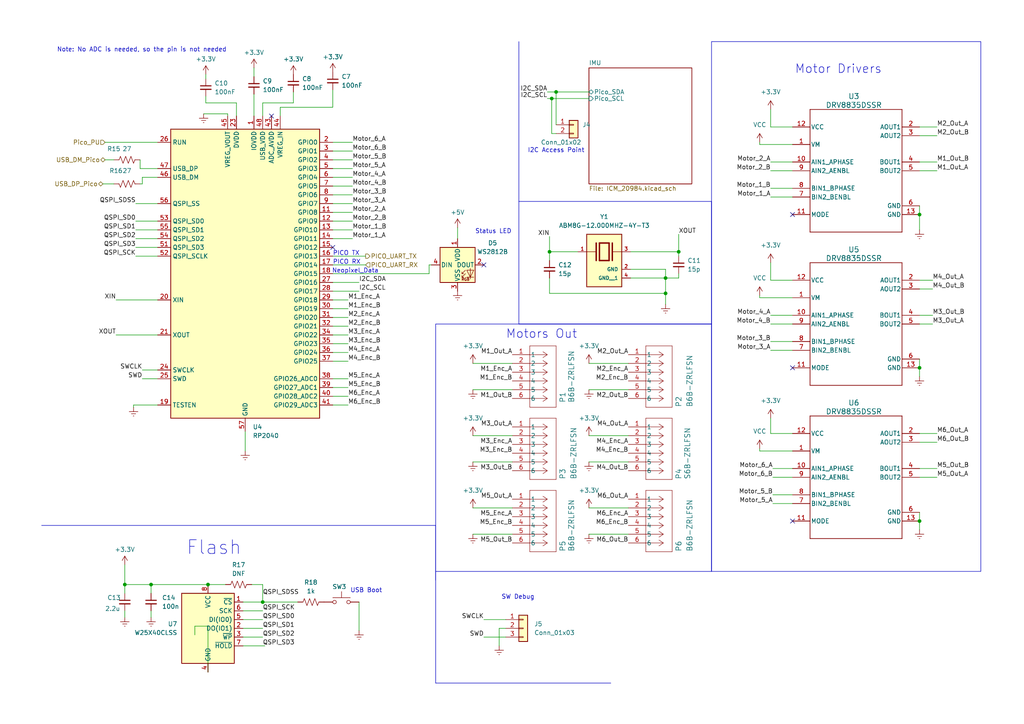
<source format=kicad_sch>
(kicad_sch (version 20230121) (generator eeschema)
  (paper "A4")
  (lib_symbols
    (symbol "ABMG8_12:ABM8G-12.000MHZ-4Y-T3" (pin_names (offset 1.016))
      (property "Reference" "Y" (at -5.0878 6.3559 0))
      (property "Value" "ABM8G-12.000MHZ-4Y-T3" (at -5.0944 -12.7 0))
      (symbol "ABM8G-12.000MHZ-4Y-T3_0_0"
        (rectangle (start -5.08 -10.16) (end 5.08 5.08) (stroke (width 0.254)) (fill (type background)))
        (polyline (pts (xy -5.08 0) (xy -2.54 0)) (stroke (width 0.1524)))
        (polyline (pts (xy -2.3368 2.54) (xy -2.3368 -2.54)) (stroke (width 0.4064)))
        (polyline (pts (xy -1.397 2.54) (xy -1.397 -2.54)) (stroke (width 0.4064)))
        (polyline (pts (xy -1.397 2.54) (xy 1.397 2.54)) (stroke (width 0.4064)))
        (polyline (pts (xy 1.397 -2.54) (xy -1.397 -2.54)) (stroke (width 0.4064)))
        (polyline (pts (xy 1.397 2.54) (xy 1.397 -2.54)) (stroke (width 0.4064)))
        (polyline (pts (xy 2.3368 2.54) (xy 2.3368 -2.54)) (stroke (width 0.4064)))
        (polyline (pts (xy 2.54 0) (xy 5.08 0)) (stroke (width 0.1524)))
        (pin passive line (at -7.62 0 0) (length 2.54) (name "~") (number "1"))
        (pin power_in line (at 7.62 -5.08 180) (length 2.54) (name "GND") (number "2"))
        (pin passive line (at 7.62 0 180) (length 2.54) (name "~") (number "3"))
        (pin power_in line (at 7.62 -7.62 180) (length 2.54) (name "GND__1") (number "4"))
      )
    )
    (symbol "Connector_Generic:Conn_01x02" (pin_names (offset 1.016) hide)
      (property "Reference" "J" (at 0 2.54 0))
      (property "Value" "Conn_01x02" (at 0 -5.08 0))
      (symbol "Conn_01x02_1_1"
        (rectangle (start -1.27 -2.413) (end 0 -2.667) (stroke (width 0.1524)))
        (rectangle (start -1.27 0.127) (end 0 -0.127) (stroke (width 0.1524)))
        (rectangle (start -1.27 1.27) (end 1.27 -3.81) (stroke (width 0.254)) (fill (type background)))
        (pin passive line (at -5.08 0 0) (length 3.81) (name "Pin_1") (number "1"))
        (pin passive line (at -5.08 -2.54 0) (length 3.81) (name "Pin_2") (number "2"))
      )
    )
    (symbol "Connector_Generic:Conn_01x03" (pin_names (offset 1.016) hide)
      (property "Reference" "J" (at 0 5.08 0))
      (property "Value" "Conn_01x03" (at 0 -5.08 0))
      (symbol "Conn_01x03_1_1"
        (rectangle (start -1.27 -2.413) (end 0 -2.667) (stroke (width 0.1524)))
        (rectangle (start -1.27 0.127) (end 0 -0.127) (stroke (width 0.1524)))
        (rectangle (start -1.27 2.667) (end 0 2.413) (stroke (width 0.1524)))
        (rectangle (start -1.27 3.81) (end 1.27 -3.81) (stroke (width 0.254)) (fill (type background)))
        (pin passive line (at -5.08 2.54 0) (length 3.81) (name "Pin_1") (number "1"))
        (pin passive line (at -5.08 0 0) (length 3.81) (name "Pin_2") (number "2"))
        (pin passive line (at -5.08 -2.54 0) (length 3.81) (name "Pin_3") (number "3"))
      )
    )
    (symbol "DRV8835:DRV8835DSSR" (pin_names (offset 0.254))
      (property "Reference" "U6" (at -1.27 21.59 0))
      (property "Value" "DRV8835DSSR" (at -1.27 19.05 0))
      (symbol "DRV8835DSSR_0_1"
        (polyline (pts (xy -13.97 -17.78) (xy 12.7 -17.78)) (stroke (width 0.2032)))
        (polyline (pts (xy -13.97 17.78) (xy -13.97 -17.78)) (stroke (width 0.2032)))
        (polyline (pts (xy 12.7 -17.78) (xy 12.7 17.78)) (stroke (width 0.2032)))
        (polyline (pts (xy 12.7 17.78) (xy -13.97 17.78)) (stroke (width 0.2032)))
        (pin power_in line (at -19.05 7.62 0) (length 5.08) (name "VM") (number "1"))
        (pin input line (at -19.05 2.54 0) (length 5.08) (name "AIN1_APHASE") (number "10"))
        (pin input line (at -19.05 -12.7 0) (length 5.08) (name "MODE") (number "11"))
        (pin power_in line (at -19.05 12.7 0) (length 5.08) (name "VCC") (number "12"))
        (pin power_in line (at 17.78 -12.7 180) (length 5.08) (name "GND") (number "13"))
        (pin output line (at 17.78 12.7 180) (length 5.08) (name "AOUT1") (number "2"))
        (pin output line (at 17.78 10.16 180) (length 5.08) (name "AOUT2") (number "3"))
        (pin output line (at 17.78 2.54 180) (length 5.08) (name "BOUT1") (number "4"))
        (pin output line (at 17.78 0 180) (length 5.08) (name "BOUT2") (number "5"))
        (pin power_in line (at 17.78 -10.16 180) (length 5.08) (name "GND") (number "6"))
        (pin input line (at -19.05 -7.62 0) (length 5.08) (name "BIN2_BENBL") (number "7"))
        (pin input line (at -19.05 -5.08 0) (length 5.08) (name "BIN1_BPHASE") (number "8"))
        (pin input line (at -19.05 0 0) (length 5.08) (name "AIN2_AENBL") (number "9"))
      )
    )
    (symbol "Device:C_Small" (pin_numbers hide) (pin_names (offset 0.254) hide)
      (property "Reference" "C" (at 0.254 1.778 0))
      (property "Value" "C_Small" (at 0.254 -2.032 0))
      (symbol "C_Small_0_1"
        (polyline (pts (xy -1.524 -0.508) (xy 1.524 -0.508)) (stroke (width 0.3302)))
        (polyline (pts (xy -1.524 0.508) (xy 1.524 0.508)) (stroke (width 0.3048)))
      )
      (symbol "C_Small_1_1"
        (pin passive line (at 0 2.54 270) (length 2.032) (name "~") (number "1"))
        (pin passive line (at 0 -2.54 90) (length 2.032) (name "~") (number "2"))
      )
    )
    (symbol "Device:R_US" (pin_numbers hide) (pin_names (offset 0))
      (property "Reference" "R" (at 2.54 0 90))
      (property "Value" "R_US" (at -2.54 0 90))
      (symbol "R_US_0_1"
        (polyline (pts (xy 0 -2.286) (xy 0 -2.54)))
        (polyline (pts (xy 0 2.286) (xy 0 2.54)))
        (polyline (pts (xy 0 -0.762) (xy 1.016 -1.143) (xy 0 -1.524) (xy -1.016 -1.905) (xy 0 -2.286)))
        (polyline (pts (xy 0 0.762) (xy 1.016 0.381) (xy 0 0) (xy -1.016 -0.381) (xy 0 -0.762)))
        (polyline (pts (xy 0 2.286) (xy 1.016 1.905) (xy 0 1.524) (xy -1.016 1.143) (xy 0 0.762)))
      )
      (symbol "R_US_1_1"
        (pin passive line (at 0 3.81 270) (length 1.27) (name "~") (number "1"))
        (pin passive line (at 0 -3.81 90) (length 1.27) (name "~") (number "2"))
      )
    )
    (symbol "JST-ZH:S6B-ZRLFSN" (pin_names (offset 0.254))
      (property "Reference" "P" (at 8.89 6.35 0))
      (property "Value" "S6B-ZRLFSN" (at 0 0 0))
      (symbol "S6B-ZRLFSN_1_1"
        (polyline (pts (xy 5.08 -15.24) (xy 12.7 -15.24)) (stroke (width 0.127)))
        (polyline (pts (xy 5.08 2.54) (xy 5.08 -15.24)) (stroke (width 0.127)))
        (polyline (pts (xy 10.16 -12.7) (xy 5.08 -12.7)) (stroke (width 0.127)))
        (polyline (pts (xy 10.16 -12.7) (xy 8.89 -13.5467)) (stroke (width 0.127)))
        (polyline (pts (xy 10.16 -12.7) (xy 8.89 -11.8533)) (stroke (width 0.127)))
        (polyline (pts (xy 10.16 -10.16) (xy 5.08 -10.16)) (stroke (width 0.127)))
        (polyline (pts (xy 10.16 -10.16) (xy 8.89 -11.0067)) (stroke (width 0.127)))
        (polyline (pts (xy 10.16 -10.16) (xy 8.89 -9.3133)) (stroke (width 0.127)))
        (polyline (pts (xy 10.16 -7.62) (xy 5.08 -7.62)) (stroke (width 0.127)))
        (polyline (pts (xy 10.16 -7.62) (xy 8.89 -8.4667)) (stroke (width 0.127)))
        (polyline (pts (xy 10.16 -7.62) (xy 8.89 -6.7733)) (stroke (width 0.127)))
        (polyline (pts (xy 10.16 -5.08) (xy 5.08 -5.08)) (stroke (width 0.127)))
        (polyline (pts (xy 10.16 -5.08) (xy 8.89 -5.9267)) (stroke (width 0.127)))
        (polyline (pts (xy 10.16 -5.08) (xy 8.89 -4.2333)) (stroke (width 0.127)))
        (polyline (pts (xy 10.16 -2.54) (xy 5.08 -2.54)) (stroke (width 0.127)))
        (polyline (pts (xy 10.16 -2.54) (xy 8.89 -3.3867)) (stroke (width 0.127)))
        (polyline (pts (xy 10.16 -2.54) (xy 8.89 -1.6933)) (stroke (width 0.127)))
        (polyline (pts (xy 10.16 0) (xy 5.08 0)) (stroke (width 0.127)))
        (polyline (pts (xy 10.16 0) (xy 8.89 -0.8467)) (stroke (width 0.127)))
        (polyline (pts (xy 10.16 0) (xy 8.89 0.8467)) (stroke (width 0.127)))
        (polyline (pts (xy 12.7 -15.24) (xy 12.7 2.54)) (stroke (width 0.127)))
        (polyline (pts (xy 12.7 2.54) (xy 5.08 2.54)) (stroke (width 0.127)))
        (pin unspecified line (at 0 0 0) (length 5.08) (name "1") (number "1"))
        (pin unspecified line (at 0 -2.54 0) (length 5.08) (name "2") (number "2"))
        (pin unspecified line (at 0 -5.08 0) (length 5.08) (name "3") (number "3"))
        (pin unspecified line (at 0 -7.62 0) (length 5.08) (name "4") (number "4"))
        (pin unspecified line (at 0 -10.16 0) (length 5.08) (name "5") (number "5"))
        (pin unspecified line (at 0 -12.7 0) (length 5.08) (name "6") (number "6"))
      )
      (symbol "S6B-ZRLFSN_1_2"
        (polyline (pts (xy 5.08 -15.24) (xy 12.7 -15.24)) (stroke (width 0.127)))
        (polyline (pts (xy 5.08 2.54) (xy 5.08 -15.24)) (stroke (width 0.127)))
        (polyline (pts (xy 7.62 -12.7) (xy 5.08 -12.7)) (stroke (width 0.127)))
        (polyline (pts (xy 7.62 -12.7) (xy 8.89 -13.5467)) (stroke (width 0.127)))
        (polyline (pts (xy 7.62 -12.7) (xy 8.89 -11.8533)) (stroke (width 0.127)))
        (polyline (pts (xy 7.62 -10.16) (xy 5.08 -10.16)) (stroke (width 0.127)))
        (polyline (pts (xy 7.62 -10.16) (xy 8.89 -11.0067)) (stroke (width 0.127)))
        (polyline (pts (xy 7.62 -10.16) (xy 8.89 -9.3133)) (stroke (width 0.127)))
        (polyline (pts (xy 7.62 -7.62) (xy 5.08 -7.62)) (stroke (width 0.127)))
        (polyline (pts (xy 7.62 -7.62) (xy 8.89 -8.4667)) (stroke (width 0.127)))
        (polyline (pts (xy 7.62 -7.62) (xy 8.89 -6.7733)) (stroke (width 0.127)))
        (polyline (pts (xy 7.62 -5.08) (xy 5.08 -5.08)) (stroke (width 0.127)))
        (polyline (pts (xy 7.62 -5.08) (xy 8.89 -5.9267)) (stroke (width 0.127)))
        (polyline (pts (xy 7.62 -5.08) (xy 8.89 -4.2333)) (stroke (width 0.127)))
        (polyline (pts (xy 7.62 -2.54) (xy 5.08 -2.54)) (stroke (width 0.127)))
        (polyline (pts (xy 7.62 -2.54) (xy 8.89 -3.3867)) (stroke (width 0.127)))
        (polyline (pts (xy 7.62 -2.54) (xy 8.89 -1.6933)) (stroke (width 0.127)))
        (polyline (pts (xy 7.62 0) (xy 5.08 0)) (stroke (width 0.127)))
        (polyline (pts (xy 7.62 0) (xy 8.89 -0.8467)) (stroke (width 0.127)))
        (polyline (pts (xy 7.62 0) (xy 8.89 0.8467)) (stroke (width 0.127)))
        (polyline (pts (xy 12.7 -15.24) (xy 12.7 2.54)) (stroke (width 0.127)))
        (polyline (pts (xy 12.7 2.54) (xy 5.08 2.54)) (stroke (width 0.127)))
        (pin unspecified line (at 0 0 0) (length 5.08) (name "1") (number "1"))
        (pin unspecified line (at 0 -2.54 0) (length 5.08) (name "2") (number "2"))
        (pin unspecified line (at 0 -5.08 0) (length 5.08) (name "3") (number "3"))
        (pin unspecified line (at 0 -7.62 0) (length 5.08) (name "4") (number "4"))
        (pin unspecified line (at 0 -10.16 0) (length 5.08) (name "5") (number "5"))
        (pin unspecified line (at 0 -12.7 0) (length 5.08) (name "6") (number "6"))
      )
    )
    (symbol "LED:WS2812B" (pin_names (offset 0.254))
      (property "Reference" "D" (at 5.08 5.715 0))
      (property "Value" "WS2812B" (at 1.27 -5.715 0))
      (symbol "WS2812B_0_0"
        (text "RGB" (at 2.286 -4.191 0) (effects (font (size 0.762 0.762))))
      )
      (symbol "WS2812B_0_1"
        (polyline (pts (xy 1.27 -3.556) (xy 1.778 -3.556)))
        (polyline (pts (xy 1.27 -2.54) (xy 1.778 -2.54)))
        (polyline (pts (xy 4.699 -3.556) (xy 2.667 -3.556)))
        (polyline (pts (xy 2.286 -2.54) (xy 1.27 -3.556) (xy 1.27 -3.048)))
        (polyline (pts (xy 2.286 -1.524) (xy 1.27 -2.54) (xy 1.27 -2.032)))
        (polyline (pts (xy 3.683 -1.016) (xy 3.683 -3.556) (xy 3.683 -4.064)))
        (polyline (pts (xy 4.699 -1.524) (xy 2.667 -1.524) (xy 3.683 -3.556) (xy 4.699 -1.524)))
        (rectangle (start 5.08 5.08) (end -5.08 -5.08) (stroke (width 0.254)) (fill (type background)))
      )
      (symbol "WS2812B_1_1"
        (pin power_in line (at 0 7.62 270) (length 2.54) (name "VDD") (number "1"))
        (pin output line (at 7.62 0 180) (length 2.54) (name "DOUT") (number "2"))
        (pin power_in line (at 0 -7.62 90) (length 2.54) (name "VSS") (number "3"))
        (pin input line (at -7.62 0 0) (length 2.54) (name "DIN") (number "4"))
      )
    )
    (symbol "MCU_RaspberryPi:RP2040"
      (property "Reference" "U" (at 17.78 45.72 0))
      (property "Value" "RP2040" (at 17.78 43.18 0))
      (symbol "RP2040_0_1"
        (rectangle (start -21.59 41.91) (end 21.59 -41.91) (stroke (width 0.254)) (fill (type background)))
      )
      (symbol "RP2040_1_1"
        (pin power_in line (at 2.54 45.72 270) (length 3.81) (name "IOVDD") (number "1"))
        (pin passive line (at 2.54 45.72 270) (length 3.81) hide (name "IOVDD") (number "10"))
        (pin bidirectional line (at 25.4 17.78 180) (length 3.81) (name "GPIO8") (number "11"))
        (pin bidirectional line (at 25.4 15.24 180) (length 3.81) (name "GPIO9") (number "12"))
        (pin bidirectional line (at 25.4 12.7 180) (length 3.81) (name "GPIO10") (number "13"))
        (pin bidirectional line (at 25.4 10.16 180) (length 3.81) (name "GPIO11") (number "14"))
        (pin bidirectional line (at 25.4 7.62 180) (length 3.81) (name "GPIO12") (number "15"))
        (pin bidirectional line (at 25.4 5.08 180) (length 3.81) (name "GPIO13") (number "16"))
        (pin bidirectional line (at 25.4 2.54 180) (length 3.81) (name "GPIO14") (number "17"))
        (pin bidirectional line (at 25.4 0 180) (length 3.81) (name "GPIO15") (number "18"))
        (pin input line (at -25.4 -38.1 0) (length 3.81) (name "TESTEN") (number "19"))
        (pin bidirectional line (at 25.4 38.1 180) (length 3.81) (name "GPIO0") (number "2"))
        (pin input line (at -25.4 -7.62 0) (length 3.81) (name "XIN") (number "20"))
        (pin passive line (at -25.4 -17.78 0) (length 3.81) (name "XOUT") (number "21"))
        (pin passive line (at 2.54 45.72 270) (length 3.81) hide (name "IOVDD") (number "22"))
        (pin power_in line (at -2.54 45.72 270) (length 3.81) (name "DVDD") (number "23"))
        (pin input line (at -25.4 -27.94 0) (length 3.81) (name "SWCLK") (number "24"))
        (pin bidirectional line (at -25.4 -30.48 0) (length 3.81) (name "SWD") (number "25"))
        (pin input line (at -25.4 38.1 0) (length 3.81) (name "RUN") (number "26"))
        (pin bidirectional line (at 25.4 -2.54 180) (length 3.81) (name "GPIO16") (number "27"))
        (pin bidirectional line (at 25.4 -5.08 180) (length 3.81) (name "GPIO17") (number "28"))
        (pin bidirectional line (at 25.4 -7.62 180) (length 3.81) (name "GPIO18") (number "29"))
        (pin bidirectional line (at 25.4 35.56 180) (length 3.81) (name "GPIO1") (number "3"))
        (pin bidirectional line (at 25.4 -10.16 180) (length 3.81) (name "GPIO19") (number "30"))
        (pin bidirectional line (at 25.4 -12.7 180) (length 3.81) (name "GPIO20") (number "31"))
        (pin bidirectional line (at 25.4 -15.24 180) (length 3.81) (name "GPIO21") (number "32"))
        (pin passive line (at 2.54 45.72 270) (length 3.81) hide (name "IOVDD") (number "33"))
        (pin bidirectional line (at 25.4 -17.78 180) (length 3.81) (name "GPIO22") (number "34"))
        (pin bidirectional line (at 25.4 -20.32 180) (length 3.81) (name "GPIO23") (number "35"))
        (pin bidirectional line (at 25.4 -22.86 180) (length 3.81) (name "GPIO24") (number "36"))
        (pin bidirectional line (at 25.4 -25.4 180) (length 3.81) (name "GPIO25") (number "37"))
        (pin bidirectional line (at 25.4 -30.48 180) (length 3.81) (name "GPIO26_ADC0") (number "38"))
        (pin bidirectional line (at 25.4 -33.02 180) (length 3.81) (name "GPIO27_ADC1") (number "39"))
        (pin bidirectional line (at 25.4 33.02 180) (length 3.81) (name "GPIO2") (number "4"))
        (pin bidirectional line (at 25.4 -35.56 180) (length 3.81) (name "GPIO28_ADC2") (number "40"))
        (pin bidirectional line (at 25.4 -38.1 180) (length 3.81) (name "GPIO29_ADC3") (number "41"))
        (pin passive line (at 2.54 45.72 270) (length 3.81) hide (name "IOVDD") (number "42"))
        (pin power_in line (at 7.62 45.72 270) (length 3.81) (name "ADC_AVDD") (number "43"))
        (pin power_in line (at 10.16 45.72 270) (length 3.81) (name "VREG_IN") (number "44"))
        (pin power_out line (at -5.08 45.72 270) (length 3.81) (name "VREG_VOUT") (number "45"))
        (pin bidirectional line (at -25.4 27.94 0) (length 3.81) (name "USB_DM") (number "46"))
        (pin bidirectional line (at -25.4 30.48 0) (length 3.81) (name "USB_DP") (number "47"))
        (pin power_in line (at 5.08 45.72 270) (length 3.81) (name "USB_VDD") (number "48"))
        (pin passive line (at 2.54 45.72 270) (length 3.81) hide (name "IOVDD") (number "49"))
        (pin bidirectional line (at 25.4 30.48 180) (length 3.81) (name "GPIO3") (number "5"))
        (pin passive line (at -2.54 45.72 270) (length 3.81) hide (name "DVDD") (number "50"))
        (pin bidirectional line (at -25.4 7.62 0) (length 3.81) (name "QSPI_SD3") (number "51"))
        (pin output line (at -25.4 5.08 0) (length 3.81) (name "QSPI_SCLK") (number "52"))
        (pin bidirectional line (at -25.4 15.24 0) (length 3.81) (name "QSPI_SD0") (number "53"))
        (pin bidirectional line (at -25.4 10.16 0) (length 3.81) (name "QSPI_SD2") (number "54"))
        (pin bidirectional line (at -25.4 12.7 0) (length 3.81) (name "QSPI_SD1") (number "55"))
        (pin bidirectional line (at -25.4 20.32 0) (length 3.81) (name "QSPI_SS") (number "56"))
        (pin power_in line (at 0 -45.72 90) (length 3.81) (name "GND") (number "57"))
        (pin bidirectional line (at 25.4 27.94 180) (length 3.81) (name "GPIO4") (number "6"))
        (pin bidirectional line (at 25.4 25.4 180) (length 3.81) (name "GPIO5") (number "7"))
        (pin bidirectional line (at 25.4 22.86 180) (length 3.81) (name "GPIO6") (number "8"))
        (pin bidirectional line (at 25.4 20.32 180) (length 3.81) (name "GPIO7") (number "9"))
      )
    )
    (symbol "Memory_Flash:W25X40CLSS"
      (property "Reference" "U" (at -7.62 10.16 0))
      (property "Value" "W25X40CLSS" (at 2.54 10.16 0))
      (symbol "W25X40CLSS_0_1"
        (rectangle (start -7.62 10.16) (end 7.62 -10.16) (stroke (width 0.254)) (fill (type background)))
      )
      (symbol "W25X40CLSS_1_1"
        (pin input line (at -10.16 7.62 0) (length 2.54) (name "~{CS}") (number "1"))
        (pin bidirectional line (at -10.16 0 0) (length 2.54) (name "DO(IO1)") (number "2"))
        (pin bidirectional line (at -10.16 -2.54 0) (length 2.54) (name "~{WP}") (number "3"))
        (pin power_in line (at 0 -12.7 90) (length 2.54) (name "GND") (number "4"))
        (pin bidirectional line (at -10.16 2.54 0) (length 2.54) (name "DI(IO0)") (number "5"))
        (pin input line (at -10.16 5.08 0) (length 2.54) (name "SCK") (number "6"))
        (pin bidirectional line (at -10.16 -5.08 0) (length 2.54) (name "~{HOLD}") (number "7"))
        (pin power_in line (at 0 12.7 270) (length 2.54) (name "VCC") (number "8"))
      )
    )
    (symbol "Switch:SW_Push" (pin_numbers hide) (pin_names (offset 1.016) hide)
      (property "Reference" "SW" (at 1.27 2.54 0))
      (property "Value" "SW_Push" (at 0 -1.524 0))
      (symbol "SW_Push_0_1"
        (circle (center -2.032 0) (radius 0.508))
        (polyline (pts (xy 0 1.27) (xy 0 3.048)))
        (polyline (pts (xy 2.54 1.27) (xy -2.54 1.27)))
        (circle (center 2.032 0) (radius 0.508))
        (pin passive line (at -5.08 0 0) (length 2.54) (name "1") (number "1"))
        (pin passive line (at 5.08 0 180) (length 2.54) (name "2") (number "2"))
      )
    )
    (symbol "power:+3.3V" (power) (pin_names (offset 0))
      (property "Value" "+3.3V" (at 0 3.556 0))
      (symbol "+3.3V_0_1"
        (polyline (pts (xy -0.762 1.27) (xy 0 2.54)))
        (polyline (pts (xy 0 0) (xy 0 2.54)))
        (polyline (pts (xy 0 2.54) (xy 0.762 1.27)))
      )
      (symbol "+3.3V_1_1"
        (pin power_in line (at 0 0 90) (length 0) hide (name "+3.3V") (number "1"))
      )
    )
    (symbol "power:+5V" (power) (pin_names (offset 0))
      (property "Value" "+5V" (at 0 3.556 0))
      (symbol "+5V_0_1"
        (polyline (pts (xy -0.762 1.27) (xy 0 2.54)))
        (polyline (pts (xy 0 0) (xy 0 2.54)))
        (polyline (pts (xy 0 2.54) (xy 0.762 1.27)))
      )
      (symbol "+5V_1_1"
        (pin power_in line (at 0 0 90) (length 0) hide (name "+5V") (number "1"))
      )
    )
    (symbol "power:Earth" (power) (pin_names (offset 0))
      (symbol "Earth_0_1"
        (polyline (pts (xy -0.635 -1.905) (xy 0.635 -1.905)))
        (polyline (pts (xy -0.127 -2.54) (xy 0.127 -2.54)))
        (polyline (pts (xy 0 -1.27) (xy 0 0)))
        (polyline (pts (xy 1.27 -1.27) (xy -1.27 -1.27)))
      )
      (symbol "Earth_1_1"
        (pin power_in line (at 0 0 270) (length 0) hide (name "Earth") (number "1"))
      )
    )
    (symbol "power:VCC" (power) (pin_names (offset 0))
      (property "Value" "VCC" (at 0 3.81 0))
      (symbol "VCC_0_1"
        (polyline (pts (xy -0.762 1.27) (xy 0 2.54)))
        (polyline (pts (xy 0 0) (xy 0 2.54)))
        (polyline (pts (xy 0 2.54) (xy 0.762 1.27)))
      )
      (symbol "VCC_1_1"
        (pin power_in line (at 0 0 90) (length 0) hide (name "VCC") (number "1"))
      )
    )
  )
  (junction (at 266.7 106.68))
  (junction (at 266.7 151.13))
  (junction (at 159.385 73.025))
  (junction (at 60.325 169.545))
  (junction (at 196.85 73.025))
  (junction (at 36.195 169.545))
  (junction (at 193.04 80.645))
  (junction (at 193.04 85.09))
  (junction (at 266.7 62.23))
  (junction (at 76.2 174.625))
  (junction (at 43.815 169.545))
  (junction (at 160.02 28.575))
  (junction (at 161.29 26.67))
  (no_connect (at 78.74 33.655))
  (no_connect (at 229.87 62.23))
  (no_connect (at 96.52 71.755))
  (no_connect (at 140.335 76.835))
  (no_connect (at 229.87 151.13))
  (no_connect (at 229.87 106.68))
  (wire (pts (xy 140.335 184.785) (xy 146.685 184.785)))
  (wire (pts (xy 220.345 85.725) (xy 220.345 86.36)))
  (wire (pts (xy 220.345 41.91) (xy 229.87 41.91)))
  (wire (pts (xy 40.64 46.355) (xy 40.64 48.895)))
  (wire (pts (xy 100.965 89.535) (xy 96.52 89.535)))
  (wire (pts (xy 170.815 113.03) (xy 182.245 113.03)))
  (wire (pts (xy 100.965 92.075) (xy 96.52 92.075)))
  (wire (pts (xy 223.52 36.83) (xy 229.87 36.83)))
  (wire (pts (xy 81.28 31.115) (xy 96.52 31.115)))
  (wire (pts (xy 41.275 53.34) (xy 41.275 51.435)))
  (wire (pts (xy 220.345 130.175) (xy 220.345 130.81)))
  (wire (pts (xy 224.155 143.51) (xy 229.87 143.51)))
  (wire (pts (xy 96.52 64.135) (xy 102.235 64.135)))
  (wire (pts (xy 193.04 80.645) (xy 193.04 85.09)))
  (wire (pts (xy 220.345 86.36) (xy 229.87 86.36)))
  (wire (pts (xy 100.965 102.235) (xy 96.52 102.235)))
  (wire (pts (xy 66.04 33.655) (xy 66.04 33.02)))
  (wire (pts (xy 223.52 81.28) (xy 229.87 81.28)))
  (wire (pts (xy 160.02 28.575) (xy 170.815 28.575)))
  (wire (pts (xy 137.16 133.985) (xy 148.59 133.985)))
  (wire (pts (xy 68.58 29.845) (xy 68.58 33.655)))
  (wire (pts (xy 30.48 41.275) (xy 45.72 41.275)))
  (wire (pts (xy 182.88 78.105) (xy 193.04 78.105)))
  (wire (pts (xy 76.2 182.245) (xy 70.485 182.245)))
  (wire (pts (xy 100.965 117.475) (xy 96.52 117.475)))
  (wire (pts (xy 220.345 41.275) (xy 220.345 41.91)))
  (polyline (pts (xy 126.365 198.12) (xy 177.165 198.12)))
  (wire (pts (xy 266.7 106.68) (xy 266.7 109.22)))
  (wire (pts (xy 100.965 97.155) (xy 96.52 97.155)))
  (wire (pts (xy 36.195 169.545) (xy 43.815 169.545)))
  (wire (pts (xy 33.02 53.34) (xy 29.845 53.34)))
  (wire (pts (xy 266.7 148.59) (xy 266.7 151.13)))
  (wire (pts (xy 170.815 147.32) (xy 182.245 147.32)))
  (wire (pts (xy 96.52 59.055) (xy 102.235 59.055)))
  (wire (pts (xy 39.37 71.755) (xy 45.72 71.755)))
  (wire (pts (xy 41.275 107.315) (xy 45.72 107.315)))
  (wire (pts (xy 96.52 69.215) (xy 102.235 69.215)))
  (wire (pts (xy 96.52 66.675) (xy 102.235 66.675)))
  (wire (pts (xy 223.52 93.98) (xy 229.87 93.98)))
  (wire (pts (xy 220.345 130.81) (xy 229.87 130.81)))
  (wire (pts (xy 96.52 41.275) (xy 102.235 41.275)))
  (wire (pts (xy 76.2 174.625) (xy 86.36 174.625)))
  (wire (pts (xy 33.655 97.155) (xy 45.72 97.155)))
  (wire (pts (xy 266.7 104.14) (xy 266.7 106.68)))
  (wire (pts (xy 271.78 46.99) (xy 266.7 46.99)))
  (wire (pts (xy 39.37 59.055) (xy 45.72 59.055)))
  (wire (pts (xy 159.385 85.09) (xy 193.04 85.09)))
  (wire (pts (xy 223.52 54.61) (xy 229.87 54.61)))
  (wire (pts (xy 158.75 26.67) (xy 161.29 26.67)))
  (wire (pts (xy 140.335 179.705) (xy 146.685 179.705)))
  (polyline (pts (xy 12.065 152.4) (xy 126.365 152.4)))
  (polyline (pts (xy 126.365 152.4) (xy 126.365 168.275)))
  (wire (pts (xy 41.275 51.435) (xy 45.72 51.435)))
  (wire (pts (xy 59.69 27.94) (xy 59.69 29.845)))
  (wire (pts (xy 66.04 33.02) (xy 59.055 33.02)))
  (wire (pts (xy 223.52 31.75) (xy 223.52 36.83)))
  (wire (pts (xy 196.85 80.645) (xy 193.04 80.645)))
  (wire (pts (xy 266.7 151.13) (xy 266.7 153.67)))
  (wire (pts (xy 71.12 125.095) (xy 71.12 130.81)))
  (wire (pts (xy 76.2 33.655) (xy 76.2 29.845)))
  (wire (pts (xy 223.52 125.73) (xy 229.87 125.73)))
  (wire (pts (xy 41.275 109.855) (xy 45.72 109.855)))
  (wire (pts (xy 39.37 66.675) (xy 45.72 66.675)))
  (wire (pts (xy 76.2 169.545) (xy 76.2 174.625)))
  (wire (pts (xy 223.52 101.6) (xy 229.87 101.6)))
  (wire (pts (xy 39.37 64.135) (xy 45.72 64.135)))
  (wire (pts (xy 81.28 33.655) (xy 81.28 31.115)))
  (wire (pts (xy 271.78 49.53) (xy 266.7 49.53)))
  (wire (pts (xy 266.7 128.27) (xy 271.78 128.27)))
  (wire (pts (xy 73.025 169.545) (xy 76.2 169.545)))
  (wire (pts (xy 137.16 113.03) (xy 148.59 113.03)))
  (wire (pts (xy 271.78 36.83) (xy 266.7 36.83)))
  (wire (pts (xy 170.815 133.985) (xy 182.245 133.985)))
  (wire (pts (xy 73.66 22.225) (xy 73.66 19.685)))
  (wire (pts (xy 158.75 28.575) (xy 160.02 28.575)))
  (wire (pts (xy 266.7 138.43) (xy 271.78 138.43)))
  (wire (pts (xy 224.155 138.43) (xy 229.87 138.43)))
  (wire (pts (xy 106.045 74.295) (xy 96.52 74.295)))
  (wire (pts (xy 70.485 179.705) (xy 76.2 179.705)))
  (wire (pts (xy 196.85 73.025) (xy 196.85 67.945)))
  (wire (pts (xy 144.78 182.245) (xy 144.78 187.325)))
  (wire (pts (xy 159.385 73.025) (xy 167.64 73.025)))
  (wire (pts (xy 59.69 21.59) (xy 59.69 22.86)))
  (wire (pts (xy 266.7 135.89) (xy 271.78 135.89)))
  (wire (pts (xy 124.46 76.835) (xy 125.095 76.835)))
  (wire (pts (xy 85.09 29.845) (xy 85.09 26.67)))
  (wire (pts (xy 196.85 79.375) (xy 196.85 80.645)))
  (wire (pts (xy 223.52 46.99) (xy 229.87 46.99)))
  (wire (pts (xy 40.64 53.34) (xy 41.275 53.34)))
  (wire (pts (xy 96.52 53.975) (xy 102.235 53.975)))
  (wire (pts (xy 38.735 117.475) (xy 38.735 118.11)))
  (wire (pts (xy 170.815 154.94) (xy 182.245 154.94)))
  (wire (pts (xy 73.66 27.305) (xy 73.66 33.655)))
  (wire (pts (xy 96.52 46.355) (xy 102.235 46.355)))
  (wire (pts (xy 271.78 39.37) (xy 266.7 39.37)))
  (wire (pts (xy 100.965 112.395) (xy 96.52 112.395)))
  (wire (pts (xy 223.52 57.15) (xy 229.87 57.15)))
  (wire (pts (xy 223.52 99.06) (xy 229.87 99.06)))
  (wire (pts (xy 270.51 93.98) (xy 266.7 93.98)))
  (wire (pts (xy 270.51 91.44) (xy 266.7 91.44)))
  (wire (pts (xy 170.815 105.41) (xy 182.245 105.41)))
  (wire (pts (xy 100.965 99.695) (xy 96.52 99.695)))
  (wire (pts (xy 170.815 126.365) (xy 182.245 126.365)))
  (wire (pts (xy 223.52 76.2) (xy 223.52 81.28)))
  (wire (pts (xy 60.325 181.61) (xy 60.325 194.945)))
  (wire (pts (xy 182.88 73.025) (xy 196.85 73.025)))
  (wire (pts (xy 60.325 181.61) (xy 56.515 181.61)))
  (wire (pts (xy 160.02 38.735) (xy 160.02 28.575)))
  (wire (pts (xy 223.52 121.285) (xy 223.52 125.73)))
  (wire (pts (xy 137.16 147.32) (xy 148.59 147.32)))
  (wire (pts (xy 43.815 179.07) (xy 43.815 177.165)))
  (wire (pts (xy 36.195 177.165) (xy 36.195 179.07)))
  (wire (pts (xy 100.965 114.935) (xy 96.52 114.935)))
  (wire (pts (xy 96.52 48.895) (xy 102.235 48.895)))
  (wire (pts (xy 266.7 62.23) (xy 266.7 66.675)))
  (wire (pts (xy 100.965 94.615) (xy 96.52 94.615)))
  (wire (pts (xy 96.52 56.515) (xy 102.235 56.515)))
  (wire (pts (xy 124.46 79.375) (xy 124.46 76.835)))
  (wire (pts (xy 104.14 174.625) (xy 104.14 182.88)))
  (wire (pts (xy 223.52 49.53) (xy 229.87 49.53)))
  (wire (pts (xy 40.64 48.895) (xy 45.72 48.895)))
  (wire (pts (xy 33.655 86.995) (xy 45.72 86.995)))
  (wire (pts (xy 196.85 74.295) (xy 196.85 73.025)))
  (wire (pts (xy 104.14 81.915) (xy 96.52 81.915)))
  (wire (pts (xy 39.37 69.215) (xy 45.72 69.215)))
  (wire (pts (xy 45.72 117.475) (xy 38.735 117.475)))
  (wire (pts (xy 76.2 177.165) (xy 70.485 177.165)))
  (wire (pts (xy 96.52 79.375) (xy 124.46 79.375)))
  (wire (pts (xy 70.485 187.325) (xy 76.835 187.325)))
  (wire (pts (xy 102.235 43.815) (xy 96.52 43.815)))
  (wire (pts (xy 30.48 46.355) (xy 33.02 46.355)))
  (wire (pts (xy 60.325 169.545) (xy 65.405 169.545)))
  (wire (pts (xy 70.485 184.785) (xy 76.2 184.785)))
  (wire (pts (xy 59.69 29.845) (xy 68.58 29.845)))
  (wire (pts (xy 137.16 105.41) (xy 148.59 105.41)))
  (wire (pts (xy 270.51 81.28) (xy 266.7 81.28)))
  (wire (pts (xy 106.045 76.835) (xy 96.52 76.835)))
  (polyline (pts (xy 150.495 12.065) (xy 150.495 58.42)))
  (wire (pts (xy 43.815 169.545) (xy 43.815 172.085)))
  (wire (pts (xy 266.7 125.73) (xy 271.78 125.73)))
  (wire (pts (xy 56.515 181.61) (xy 56.515 184.15)))
  (wire (pts (xy 39.37 74.295) (xy 45.72 74.295)))
  (wire (pts (xy 100.965 86.995) (xy 96.52 86.995)))
  (wire (pts (xy 161.29 26.67) (xy 170.815 26.67)))
  (wire (pts (xy 159.385 68.58) (xy 159.385 73.025)))
  (wire (pts (xy 96.52 31.115) (xy 96.52 26.035)))
  (wire (pts (xy 159.385 75.565) (xy 159.385 73.025)))
  (wire (pts (xy 159.385 80.645) (xy 159.385 85.09)))
  (wire (pts (xy 137.16 126.365) (xy 148.59 126.365)))
  (wire (pts (xy 36.195 172.085) (xy 36.195 169.545)))
  (wire (pts (xy 270.51 83.82) (xy 266.7 83.82)))
  (wire (pts (xy 193.04 85.09) (xy 193.04 88.265)))
  (wire (pts (xy 266.7 59.69) (xy 266.7 62.23)))
  (wire (pts (xy 223.52 91.44) (xy 229.87 91.44)))
  (wire (pts (xy 100.965 104.775) (xy 96.52 104.775)))
  (wire (pts (xy 96.52 61.595) (xy 102.235 61.595)))
  (wire (pts (xy 36.195 163.83) (xy 36.195 169.545)))
  (wire (pts (xy 161.29 26.67) (xy 161.29 36.195)))
  (wire (pts (xy 43.815 169.545) (xy 60.325 169.545)))
  (polyline (pts (xy 126.365 198.12) (xy 126.365 165.735)))
  (wire (pts (xy 104.14 84.455) (xy 96.52 84.455)))
  (wire (pts (xy 224.155 135.89) (xy 229.87 135.89)))
  (wire (pts (xy 70.485 174.625) (xy 76.2 174.625)))
  (wire (pts (xy 100.965 109.855) (xy 96.52 109.855)))
  (wire (pts (xy 193.04 78.105) (xy 193.04 80.645)))
  (wire (pts (xy 161.29 38.735) (xy 160.02 38.735)))
  (wire (pts (xy 132.715 66.04) (xy 132.715 69.215)))
  (wire (pts (xy 224.155 146.05) (xy 229.87 146.05)))
  (wire (pts (xy 182.88 80.645) (xy 193.04 80.645)))
  (wire (pts (xy 96.52 51.435) (xy 102.235 51.435)))
  (wire (pts (xy 137.16 154.94) (xy 148.59 154.94)))
  (wire (pts (xy 146.685 182.245) (xy 144.78 182.245)))
  (wire (pts (xy 76.2 29.845) (xy 85.09 29.845)))
  (rectangle (start 206.375 12.065) (end 284.48 165.735))
  (rectangle (start 126.365 93.98) (end 206.375 165.735))
  (rectangle (start 150.495 58.42) (end 206.375 93.98))
  (text "Motors Out" (at 146.685 98.425 0) (effects (font (size 2.5 2.5)) (justify left bottom)))
  (text "Status LED" (at 137.795 67.945 0) (effects (font (size 1.27 1.27)) (justify left bottom)))
  (text "Neopixel_Data" (at 109.855 79.375 0) (effects (font (size 1.27 1.27)) (justify right bottom)))
  (text "Flash" (at 53.975 161.29 0) (effects (font (size 4 4)) (justify left bottom)))
  (text "Motor Drivers" (at 230.505 21.59 0) (effects (font (size 2.5 2.5)) (justify left bottom)))
  (text "Note: No ADC is needed, so the pin is not needed" (at 16.51 15.24 0) (effects (font (size 1.27 1.27)) (justify left bottom)))
  (text "SW Debug" (at 145.415 173.99 0) (effects (font (size 1.27 1.27)) (justify left bottom)))
  (text "I2C Access Point" (at 153.035 44.45 0) (effects (font (size 1.27 1.27)) (justify left bottom)))
  (text "PICO TX" (at 96.52 74.295 0) (effects (font (size 1.27 1.27)) (justify left bottom)))
  (text "PICO RX" (at 96.52 76.835 0) (effects (font (size 1.27 1.27)) (justify left bottom)))
  (text "USB Boot\n" (at 101.6 172.085 0) (effects (font (size 1.27 1.27)) (justify left bottom)))
  (label "M5_Out_B" (at 148.59 157.48 180))
  (label "M1_Enc_A" (at 100.965 86.995 0))
  (label "Motor_1_B" (at 102.235 66.675 0))
  (label "M5_Enc_B" (at 100.965 112.395 0))
  (label "M1_Out_B" (at 148.59 115.57 180))
  (label "M2_Out_B" (at 182.245 115.57 180))
  (label "Motor_3_B" (at 102.235 56.515 0))
  (label "M4_Out_A" (at 182.245 123.825 180))
  (label "Motor_5_B" (at 102.235 46.355 0))
  (label "M3_Out_B" (at 270.51 91.44 0))
  (label "QSPI_SD0" (at 39.37 64.135 180))
  (label "Motor_3_B" (at 223.52 99.06 180))
  (label "M6_Out_B" (at 182.245 157.48 180))
  (label "M5_Enc_B" (at 148.59 152.4 180))
  (label "M3_Out_B" (at 148.59 136.525 180))
  (label "Motor_4_B" (at 102.235 53.975 0))
  (label "M6_Enc_A" (at 182.245 149.86 180))
  (label "XOUT" (at 196.85 67.945 0))
  (label "QSPI_SD0" (at 76.2 179.705 0))
  (label "M2_Out_B" (at 271.78 39.37 0))
  (label "M4_Enc_B" (at 100.965 104.775 0))
  (label "SWCLK" (at 140.335 179.705 180))
  (label "M1_Enc_A" (at 148.59 107.95 180))
  (label "M1_Out_A" (at 271.78 49.53 0))
  (label "M6_Out_B" (at 271.78 128.27 0))
  (label "Motor_3_A" (at 102.235 59.055 0))
  (label "M3_Out_A" (at 148.59 123.825 180))
  (label "Motor_2_B" (at 102.235 64.135 0))
  (label "M5_Enc_A" (at 148.59 149.86 180))
  (label "M3_Enc_A" (at 148.59 128.905 180))
  (label "M6_Out_A" (at 182.245 144.78 180))
  (label "SWD" (at 41.275 109.855 180))
  (label "M3_Enc_B" (at 148.59 131.445 180))
  (label "Motor_5_A" (at 102.235 48.895 0))
  (label "M5_Out_B" (at 271.78 135.89 0))
  (label "QSPI_SDSS" (at 76.2 172.72 0))
  (label "M5_Out_A" (at 148.59 144.78 180))
  (label "M3_Out_A" (at 270.51 93.98 0))
  (label "Motor_6_A" (at 102.235 41.275 0))
  (label "Motor_2_A" (at 223.52 46.99 180))
  (label "M5_Out_A" (at 271.78 138.43 0))
  (label "QSPI_SD3" (at 76.2 187.325 0))
  (label "I2C_SCL" (at 104.14 84.455 0))
  (label "M6_Out_A" (at 271.78 125.73 0))
  (label "M5_Enc_A" (at 100.965 109.855 0))
  (label "I2C_SDA" (at 104.14 81.915 0))
  (label "M4_Out_A" (at 270.51 81.28 0))
  (label "M2_Enc_A" (at 100.965 92.075 0))
  (label "M1_Out_A" (at 148.59 102.87 180))
  (label "Motor_5_A" (at 224.155 146.05 180))
  (label "I2C_SDA" (at 158.75 26.67 180))
  (label "M2_Out_A" (at 182.245 102.87 180))
  (label "M4_Out_B" (at 270.51 83.82 0))
  (label "QSPI_SD3" (at 39.37 71.755 180))
  (label "M2_Enc_B" (at 182.245 110.49 180))
  (label "XOUT" (at 33.655 97.155 180))
  (label "M1_Enc_B" (at 100.965 89.535 0))
  (label "M1_Enc_B" (at 148.59 110.49 180))
  (label "I2C_SCL" (at 158.75 28.575 180))
  (label "XIN" (at 33.655 86.995 180))
  (label "Motor_6_A" (at 224.155 135.89 180))
  (label "M3_Enc_B" (at 100.965 99.695 0))
  (label "M3_Enc_A" (at 100.965 97.155 0))
  (label "M2_Out_A" (at 271.78 36.83 0))
  (label "M2_Enc_A" (at 182.245 107.95 180))
  (label "XIN" (at 159.385 68.58 180))
  (label "Motor_6_B" (at 224.155 138.43 180))
  (label "QSPI_SDSS" (at 39.37 59.055 180))
  (label "QSPI_SCK" (at 39.37 74.295 180))
  (label "M6_Enc_B" (at 100.965 117.475 0))
  (label "QSPI_SD1" (at 76.2 182.245 0))
  (label "Motor_3_A" (at 223.52 101.6 180))
  (label "M4_Enc_A" (at 182.245 128.905 180))
  (label "M6_Enc_B" (at 182.245 152.4 180))
  (label "QSPI_SD2" (at 76.2 184.785 0))
  (label "Motor_6_B" (at 102.235 43.815 0))
  (label "Motor_5_B" (at 224.155 143.51 180))
  (label "SWD" (at 140.335 184.785 180))
  (label "M4_Enc_A" (at 100.965 102.235 0))
  (label "Motor_4_A" (at 223.52 91.44 180))
  (label "Motor_1_A" (at 102.235 69.215 0))
  (label "M4_Enc_B" (at 182.245 131.445 180))
  (label "QSPI_SCK" (at 76.2 177.165 0))
  (label "Motor_2_A" (at 102.235 61.595 0))
  (label "QSPI_SD2" (at 39.37 69.215 180))
  (label "Motor_4_A" (at 102.235 51.435 0))
  (label "M6_Enc_A" (at 100.965 114.935 0))
  (label "M4_Out_B" (at 182.245 136.525 180))
  (label "QSPI_SD1" (at 39.37 66.675 180))
  (label "Motor_2_B" (at 223.52 49.53 180))
  (label "Motor_4_B" (at 223.52 93.98 180))
  (label "Motor_1_A" (at 223.52 57.15 180))
  (label "M2_Enc_B" (at 100.965 94.615 0))
  (label "SWCLK" (at 41.275 107.315 180))
  (label "Motor_1_B" (at 223.52 54.61 180))
  (label "M1_Out_B" (at 271.78 46.99 0))
  (hierarchical_label "PICO_UART_TX" (shape output) (at 106.045 74.295 0))
  (hierarchical_label "Pico_PU" (shape input) (at 30.48 41.275 180))
  (hierarchical_label "PICO_UART_RX" (shape input) (at 106.045 76.835 0))
  (hierarchical_label "USB_DM_Pico" (shape bidirectional) (at 30.48 46.355 180))
  (hierarchical_label "USB_DP_Pico" (shape bidirectional) (at 29.845 53.34 180))
  (symbol (lib_id "JST-ZH:S6B-ZRLFSN") (at 148.59 144.78 0) (unit 1)
    (property "Reference" "P5" (at 163.195 160.02 90) (effects (font (size 1.524 1.524)) (justify left)))
    (property "Value" "B6B-ZRLFSN" (at 165.735 160.02 90) (effects (font (size 1.524 1.524)) (justify left)))
    (property "Footprint" "JST-ZR:CONN_B6B-ZR_JST" (effects hide))
    (property "Datasheet" "S6B-ZRLFSN" (effects hide))
  )
  (symbol (lib_id "power:Earth") (at 144.78 187.325 0) (unit 1)
    (property "Reference" "#PWR063" (effects hide))
    (property "Value" "Earth" (effects hide))
  )
  (symbol (lib_id "Device:R_US") (at 90.17 174.625 90) (unit 1)
    (property "Reference" "R18" (at 90.17 168.91 90))
    (property "Value" "1k" (at 90.17 171.45 90))
    (property "Footprint" "Resistor_SMD:R_0612_1632Metric" (effects hide))
  )
  (symbol (lib_id "power:VCC") (at 220.345 41.275 0) (unit 1)
    (property "Reference" "#PWR032" (effects hide))
    (property "Value" "VCC" (at 220.345 36.195 0))
  )
  (symbol (lib_id "power:+3.3V") (at 137.16 105.41 0) (unit 1)
    (property "Reference" "#PWR039" (effects hide))
    (property "Value" "+3.3V" (at 137.16 100.33 0))
  )
  (symbol (lib_id "DRV8835:DRV8835DSSR") (at 248.92 138.43 0) (unit 1)
    (property "Reference" "U6" (at 247.65 116.84 0) (effects (font (size 1.524 1.524))))
    (property "Value" "DRV8835DSSR" (at 247.65 119.38 0) (effects (font (size 1.524 1.524))))
    (property "Footprint" "Package_SON:WSON-12-1EP_3x2mm_P0.5mm_EP1x2.65_ThermalVias" (effects hide))
    (property "Datasheet" "DRV8835DSSR" (effects hide))
  )
  (symbol (lib_id "JST-ZH:S6B-ZRLFSN") (at 148.59 123.825 0) (unit 1)
    (property "Reference" "P3" (at 163.195 139.065 90) (effects (font (size 1.524 1.524)) (justify left)))
    (property "Value" "B6B-ZRLFSN" (at 166.37 139.065 90) (effects (font (size 1.524 1.524)) (justify left)))
    (property "Footprint" "JST-ZR:CONN_B6B-ZR_JST" (effects hide))
    (property "Datasheet" "S6B-ZRLFSN" (effects hide))
  )
  (symbol (lib_id "power:Earth") (at 71.12 130.81 0) (unit 1)
    (property "Reference" "#PWR050" (effects hide))
    (property "Value" "Earth" (effects hide))
  )
  (symbol (lib_id "JST-ZH:S6B-ZRLFSN") (at 182.245 102.87 0) (unit 1)
    (property "Reference" "P2" (at 196.85 118.11 90) (effects (font (size 1.524 1.524)) (justify left)))
    (property "Value" "B6B-ZRLFSN" (at 200.025 118.11 90) (effects (font (size 1.524 1.524)) (justify left)))
    (property "Footprint" "JST-ZR:CONN_B6B-ZR_JST" (effects hide))
    (property "Datasheet" "S6B-ZRLFSN" (effects hide))
  )
  (symbol (lib_id "MCU_RaspberryPi:RP2040") (at 71.12 79.375 0) (unit 1)
    (property "Reference" "U4" (at 73.3141 123.825 0) (effects (justify left)))
    (property "Value" "RP2040" (at 73.3141 126.365 0) (effects (justify left)))
    (property "Footprint" "Package_DFN_QFN:QFN-56-1EP_7x7mm_P0.4mm_EP3.2x3.2mm" (effects hide))
    (property "Datasheet" "https://datasheets.raspberrypi.com/rp2040/rp2040-datasheet.pdf" (effects hide))
  )
  (symbol (lib_id "power:VCC") (at 220.345 85.725 0) (unit 1)
    (property "Reference" "#PWR037" (effects hide))
    (property "Value" "VCC" (at 220.345 80.645 0))
  )
  (symbol (lib_id "Connector_Generic:Conn_01x02") (at 166.37 36.195 0) (unit 1)
    (property "Reference" "J4" (at 168.91 36.195 0) (effects (justify left)))
    (property "Value" "Conn_01x02" (at 156.845 41.275 0) (effects (justify left)))
    (property "Footprint" "Connector_PinHeader_2.54mm:PinHeader_1x02_P2.54mm_Vertical" (effects hide))
  )
  (symbol (lib_id "power:Earth") (at 266.7 153.67 0) (unit 1)
    (property "Reference" "#PWR055" (effects hide))
    (property "Value" "Earth" (effects hide))
  )
  (symbol (lib_id "DRV8835:DRV8835DSSR") (at 248.92 49.53 0) (unit 1)
    (property "Reference" "U3" (at 247.65 27.94 0) (effects (font (size 1.524 1.524))))
    (property "Value" "DRV8835DSSR" (at 247.65 30.48 0) (effects (font (size 1.524 1.524))))
    (property "Footprint" "Package_SON:WSON-12-1EP_3x2mm_P0.5mm_EP1x2.65_ThermalVias" (effects hide))
    (property "Datasheet" "DRV8835DSSR" (effects hide))
  )
  (symbol (lib_id "power:Earth") (at 170.815 133.985 0) (unit 1)
    (property "Reference" "#PWR052" (effects hide))
    (property "Value" "Earth" (effects hide))
  )
  (symbol (lib_id "power:Earth") (at 193.04 88.265 0) (unit 1)
    (property "Reference" "#PWR038" (effects hide))
    (property "Value" "Earth" (effects hide))
  )
  (symbol (lib_id "Device:C_Small") (at 43.815 174.625 0) (unit 1)
    (property "Reference" "C14" (at 46.99 173.3613 0) (effects (justify left)))
    (property "Value" "100n" (at 46.99 175.9013 0) (effects (justify left)))
    (property "Footprint" "Capacitor_SMD:C_0402_1005Metric" (effects hide))
  )
  (symbol (lib_id "power:Earth") (at 59.055 33.02 0) (unit 1)
    (property "Reference" "#PWR031" (effects hide))
    (property "Value" "Earth" (effects hide))
  )
  (symbol (lib_id "JST-ZH:S6B-ZRLFSN") (at 182.245 144.78 0) (unit 1)
    (property "Reference" "P6" (at 196.85 160.02 90) (effects (font (size 1.524 1.524)) (justify left)))
    (property "Value" "B6B-ZRLFSN" (at 200.025 160.02 90) (effects (font (size 1.524 1.524)) (justify left)))
    (property "Footprint" "JST-ZR:CONN_B6B-ZR_JST" (effects hide))
    (property "Datasheet" "S6B-ZRLFSN" (effects hide))
  )
  (symbol (lib_id "Connector_Generic:Conn_01x03") (at 151.765 182.245 0) (unit 1)
    (property "Reference" "J5" (at 154.94 180.975 0) (effects (justify left)))
    (property "Value" "Conn_01x03" (at 154.94 183.515 0) (effects (justify left)))
    (property "Footprint" "Connector_PinHeader_2.54mm:PinHeader_1x03_P2.54mm_Vertical" (effects hide))
  )
  (symbol (lib_id "Device:R_US") (at 36.83 53.34 270) (mirror x) (unit 1)
    (property "Reference" "R16" (at 33.655 49.53 90))
    (property "Value" "27" (at 36.83 49.53 90))
    (property "Footprint" "Resistor_SMD:R_0402_1005Metric" (effects hide))
  )
  (symbol (lib_id "JST-ZH:S6B-ZRLFSN") (at 182.245 123.825 0) (unit 1)
    (property "Reference" "P4" (at 196.85 139.065 90) (effects (font (size 1.524 1.524)) (justify left)))
    (property "Value" "S6B-ZRLFSN" (at 199.39 139.065 90) (effects (font (size 1.524 1.524)) (justify left)))
    (property "Footprint" "JST-ZR:CONN_B6B-ZR_JST" (effects hide))
    (property "Datasheet" "S6B-ZRLFSN" (effects hide))
  )
  (symbol (lib_id "power:+3.3V") (at 59.69 21.59 0) (unit 1)
    (property "Reference" "#PWR028" (effects hide))
    (property "Value" "+3.3V" (at 59.69 17.145 0))
  )
  (symbol (lib_id "power:Earth") (at 266.7 66.675 0) (unit 1)
    (property "Reference" "#PWR034" (effects hide))
    (property "Value" "Earth" (effects hide))
  )
  (symbol (lib_id "power:Earth") (at 137.16 113.03 0) (unit 1)
    (property "Reference" "#PWR042" (effects hide))
    (property "Value" "Earth" (effects hide))
  )
  (symbol (lib_id "power:Earth") (at 132.715 84.455 0) (unit 1)
    (property "Reference" "#PWR036" (effects hide))
    (property "Value" "Earth" (effects hide))
  )
  (symbol (lib_id "Switch:SW_Push") (at 99.06 174.625 0) (unit 1)
    (property "Reference" "SW3" (at 98.425 170.18 0))
    (property "Value" "SW_Push" (effects hide))
    (property "Footprint" "Button_Switch_SMD:SW_SPST_PTS810" (effects hide))
  )
  (symbol (lib_id "Device:C_Small") (at 36.195 174.625 0) (unit 1)
    (property "Reference" "C13" (at 31.115 173.355 0) (effects (justify left)))
    (property "Value" "2.2u" (at 30.48 176.53 0) (effects (justify left)))
    (property "Footprint" "Capacitor_SMD:C_0402_1005Metric" (effects hide))
  )
  (symbol (lib_id "Device:R_US") (at 69.215 169.545 90) (unit 1)
    (property "Reference" "R17" (at 69.215 163.83 90))
    (property "Value" "DNF" (at 69.215 166.37 90))
    (property "Footprint" "Resistor_SMD:R_0612_1632Metric" (effects hide))
  )
  (symbol (lib_id "power:Earth") (at 36.195 179.07 0) (unit 1)
    (property "Reference" "#PWR059" (effects hide))
    (property "Value" "Earth" (effects hide))
  )
  (symbol (lib_id "Device:C_Small") (at 73.66 24.765 0) (unit 1)
    (property "Reference" "C9" (at 76.2 23.5013 0) (effects (justify left)))
    (property "Value" "100nF" (at 76.2 26.0413 0) (effects (justify left)))
    (property "Footprint" "Capacitor_SMD:C_0402_1005Metric" (effects hide))
  )
  (symbol (lib_id "power:+3.3V") (at 223.52 76.2 0) (unit 1)
    (property "Reference" "#PWR035" (effects hide))
    (property "Value" "+3.3V" (at 223.52 71.12 0))
  )
  (symbol (lib_id "power:+3.3V") (at 85.09 21.59 0) (unit 1)
    (property "Reference" "#PWR029" (effects hide))
    (property "Value" "+3.3V" (at 85.09 17.145 0))
  )
  (symbol (lib_id "Device:C_Small") (at 96.52 23.495 0) (unit 1)
    (property "Reference" "C7" (at 99.06 22.2313 0) (effects (justify left)))
    (property "Value" "100nF" (at 99.06 24.7713 0) (effects (justify left)))
    (property "Footprint" "Capacitor_SMD:C_0402_1005Metric" (effects hide))
  )
  (symbol (lib_id "power:+3.3V") (at 170.815 126.365 0) (unit 1)
    (property "Reference" "#PWR048" (effects hide))
    (property "Value" "+3.3V" (at 170.815 121.285 0))
  )
  (symbol (lib_id "power:+5V") (at 132.715 66.04 0) (unit 1)
    (property "Reference" "#PWR033" (effects hide))
    (property "Value" "+5V" (at 132.715 61.595 0))
  )
  (symbol (lib_id "power:+3.3V") (at 73.66 19.685 0) (unit 1)
    (property "Reference" "#PWR026" (effects hide))
    (property "Value" "+3.3V" (at 73.66 15.24 0))
  )
  (symbol (lib_id "power:+3.3V") (at 170.815 147.32 0) (unit 1)
    (property "Reference" "#PWR054" (effects hide))
    (property "Value" "+3.3V" (at 170.815 142.24 0))
  )
  (symbol (lib_id "Device:C_Small") (at 59.69 25.4 0) (unit 1)
    (property "Reference" "C10" (at 62.23 24.1363 0) (effects (justify left)))
    (property "Value" "100nF" (at 62.23 26.6763 0) (effects (justify left)))
    (property "Footprint" "Capacitor_SMD:C_0402_1005Metric" (effects hide))
  )
  (symbol (lib_id "power:+3.3V") (at 36.195 163.83 0) (unit 1)
    (property "Reference" "#PWR058" (effects hide))
    (property "Value" "+3.3V" (at 36.195 159.385 0))
  )
  (symbol (lib_id "LED:WS2812B") (at 132.715 76.835 0) (unit 1)
    (property "Reference" "D5" (at 142.875 70.485 0))
    (property "Value" "WS2812B" (at 142.875 73.025 0))
    (property "Footprint" "LED_SMD:LED_WS2812B_PLCC4_5.0x5.0mm_P3.2mm" (effects hide))
    (property "Datasheet" "https://cdn-shop.adafruit.com/datasheets/WS2812B.pdf" (effects hide))
  )
  (symbol (lib_id "power:Earth") (at 170.815 113.03 0) (unit 1)
    (property "Reference" "#PWR043" (effects hide))
    (property "Value" "Earth" (effects hide))
  )
  (symbol (lib_id "power:+3.3V") (at 170.815 105.41 0) (unit 1)
    (property "Reference" "#PWR040" (effects hide))
    (property "Value" "+3.3V" (at 170.815 100.33 0))
  )
  (symbol (lib_id "power:Earth") (at 137.16 133.985 0) (unit 1)
    (property "Reference" "#PWR051" (effects hide))
    (property "Value" "Earth" (effects hide))
  )
  (symbol (lib_id "power:Earth") (at 43.815 179.07 0) (unit 1)
    (property "Reference" "#PWR060" (effects hide))
    (property "Value" "Earth" (effects hide))
  )
  (symbol (lib_id "power:VCC") (at 220.345 130.175 0) (unit 1)
    (property "Reference" "#PWR049" (effects hide))
    (property "Value" "VCC" (at 220.345 125.095 0))
  )
  (symbol (lib_id "DRV8835:DRV8835DSSR") (at 248.92 93.98 0) (unit 1)
    (property "Reference" "U5" (at 247.65 72.39 0) (effects (font (size 1.524 1.524))))
    (property "Value" "DRV8835DSSR" (at 247.65 74.93 0) (effects (font (size 1.524 1.524))))
    (property "Footprint" "Package_SON:WSON-12-1EP_3x2mm_P0.5mm_EP1x2.65_ThermalVias" (effects hide))
    (property "Datasheet" "DRV8835DSSR" (effects hide))
  )
  (symbol (lib_id "Device:C_Small") (at 196.85 76.835 0) (unit 1)
    (property "Reference" "C11" (at 199.39 75.5713 0) (effects (justify left)))
    (property "Value" "15p" (at 199.39 78.1113 0) (effects (justify left)))
    (property "Footprint" "Capacitor_SMD:C_0402_1005Metric" (effects hide))
  )
  (symbol (lib_id "power:+3.3V") (at 96.52 20.955 0) (unit 1)
    (property "Reference" "#PWR027" (effects hide))
    (property "Value" "+3.3V" (at 96.52 16.51 0))
  )
  (symbol (lib_id "power:+3.3V") (at 223.52 121.285 0) (unit 1)
    (property "Reference" "#PWR045" (effects hide))
    (property "Value" "+3.3V" (at 223.52 116.205 0))
  )
  (symbol (lib_id "Device:R_US") (at 36.83 46.355 90) (unit 1)
    (property "Reference" "R15" (at 33.02 43.18 90))
    (property "Value" "27" (at 36.83 43.18 90))
    (property "Footprint" "Resistor_SMD:R_0402_1005Metric" (effects hide))
  )
  (symbol (lib_id "Memory_Flash:W25X40CLSS") (at 60.325 182.245 0) (mirror y) (unit 1)
    (property "Reference" "U7" (at 51.435 180.975 0) (effects (justify left)))
    (property "Value" "W25X40CLSS" (at 51.435 183.515 0) (effects (justify left)))
    (property "Footprint" "Package_SO:SOIC-8_5.275x5.275mm_P1.27mm" (effects hide))
    (property "Datasheet" "https://www.winbond.com/resource-files/W25X40CL_G%2020210505.pdf" (effects hide))
  )
  (symbol (lib_id "power:+3.3V") (at 137.16 147.32 0) (unit 1)
    (property "Reference" "#PWR053" (effects hide))
    (property "Value" "+3.3V" (at 137.16 142.24 0))
  )
  (symbol (lib_id "power:Earth") (at 104.14 182.88 0) (unit 1)
    (property "Reference" "#PWR061" (effects hide))
    (property "Value" "Earth" (effects hide))
  )
  (symbol (lib_id "power:Earth") (at 266.7 109.22 0) (unit 1)
    (property "Reference" "#PWR041" (effects hide))
    (property "Value" "Earth" (effects hide))
  )
  (symbol (lib_id "power:+3.3V") (at 137.16 126.365 0) (unit 1)
    (property "Reference" "#PWR047" (effects hide))
    (property "Value" "+3.3V" (at 137.16 121.285 0))
  )
  (symbol (lib_id "power:Earth") (at 38.735 118.11 0) (unit 1)
    (property "Reference" "#PWR044" (effects hide))
    (property "Value" "Earth" (effects hide))
  )
  (symbol (lib_id "Device:C_Small") (at 85.09 24.13 0) (unit 1)
    (property "Reference" "C8" (at 87.63 22.8663 0) (effects (justify left)))
    (property "Value" "100nF" (at 87.63 25.4063 0) (effects (justify left)))
    (property "Footprint" "Capacitor_SMD:C_0402_1005Metric" (effects hide))
  )
  (symbol (lib_id "power:Earth") (at 137.16 154.94 0) (unit 1)
    (property "Reference" "#PWR056" (effects hide))
    (property "Value" "Earth" (effects hide))
  )
  (symbol (lib_id "power:+3.3V") (at 223.52 31.75 0) (unit 1)
    (property "Reference" "#PWR030" (effects hide))
    (property "Value" "+3.3V" (at 223.52 26.67 0))
  )
  (symbol (lib_id "Device:C_Small") (at 159.385 78.105 0) (unit 1)
    (property "Reference" "C12" (at 161.925 76.8413 0) (effects (justify left)))
    (property "Value" "15p" (at 161.925 79.3813 0) (effects (justify left)))
    (property "Footprint" "Capacitor_SMD:C_0402_1005Metric" (effects hide))
  )
  (symbol (lib_id "JST-ZH:S6B-ZRLFSN") (at 148.59 102.87 0) (unit 1)
    (property "Reference" "P1" (at 163.195 116.84 90) (effects (font (size 1.524 1.524)) (justify left)))
    (property "Value" "B6B-ZRLFSN" (at 165.735 116.84 90) (effects (font (size 1.524 1.524)) (justify left)))
    (property "Footprint" "JST-ZR:CONN_B6B-ZR_JST" (effects hide))
    (property "Datasheet" "S6B-ZRLFSN" (effects hide))
  )
  (symbol (lib_id "ABMG8_12:ABM8G-12.000MHZ-4Y-T3") (at 175.26 73.025 0) (unit 1)
    (property "Reference" "Y1" (at 175.26 62.865 0))
    (property "Value" "ABM8G-12.000MHZ-4Y-T3" (at 175.26 65.405 0))
    (property "Footprint" "ABM8G:XTAL_ABM8G-12.000MHZ-4Y-T3" (effects hide))
    (property "PARTREV" "08.13.15" (effects hide))
    (property "STANDARD" "Manufacturer Recommendations" (effects hide))
    (property "MAXIMUM_PACKAGE_HEIGHT" "1.0 mm" (effects hide))
    (property "MANUFACTURER" "Abracon" (effects hide))
  )
  (symbol (lib_id "power:Earth") (at 56.515 184.15 0) (unit 1)
    (property "Reference" "#PWR062" (effects hide))
    (property "Value" "Earth" (effects hide))
  )
  (symbol (lib_id "power:Earth") (at 170.815 154.94 0) (unit 1)
    (property "Reference" "#PWR057" (effects hide))
    (property "Value" "Earth" (effects hide))
  )
  (sheet (at 170.815 19.685) (size 29.845 33.655) (stroke (width 0.1524))
    (property "Sheetname" "IMU" (at 170.815 18.9734 0) (effects (justify left bottom)))
    (property "Sheetfile" "ICM_20984.kicad_sch" (at 170.815 53.9246 0) (effects (justify left top)))
    (pin "Pico_SDA" bidirectional (at 170.815 26.67 180))
    (pin "Pico_SCL" input (at 170.815 28.575 180))
  )
)
</source>
